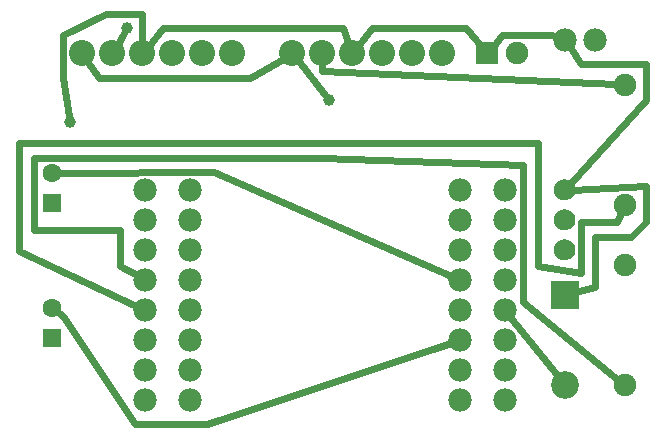
<source format=gbl>
G04 MADE WITH FRITZING*
G04 WWW.FRITZING.ORG*
G04 DOUBLE SIDED*
G04 HOLES PLATED*
G04 CONTOUR ON CENTER OF CONTOUR VECTOR*
%ASAXBY*%
%FSLAX23Y23*%
%MOIN*%
%OFA0B0*%
%SFA1.0B1.0*%
%ADD10C,0.077778*%
%ADD11C,0.092000*%
%ADD12C,0.062992*%
%ADD13C,0.087194*%
%ADD14C,0.070000*%
%ADD15C,0.075000*%
%ADD16C,0.078000*%
%ADD17C,0.039370*%
%ADD18R,0.092000X0.092000*%
%ADD19R,0.062992X0.062992*%
%ADD20R,0.075000X0.075000*%
%ADD21C,0.024000*%
%ADD22R,0.001000X0.001000*%
%LNCOPPER0*%
G90*
G70*
G54D10*
X699Y1124D03*
X699Y1024D03*
X699Y924D03*
X699Y824D03*
X699Y724D03*
X699Y624D03*
X699Y524D03*
X699Y424D03*
X1599Y424D03*
X1599Y524D03*
X1599Y624D03*
X1599Y724D03*
X1599Y824D03*
X1599Y924D03*
X1599Y1024D03*
X1599Y1124D03*
G54D11*
X1949Y774D03*
X1949Y474D03*
G54D12*
X242Y1081D03*
X242Y1180D03*
X242Y631D03*
X242Y730D03*
G54D13*
X1042Y1580D03*
X1142Y1580D03*
X1242Y1580D03*
X1342Y1580D03*
X1442Y1580D03*
X1542Y1580D03*
X342Y1580D03*
X442Y1580D03*
X542Y1580D03*
X642Y1580D03*
X742Y1580D03*
X842Y1580D03*
G54D14*
X1949Y924D03*
X1949Y1024D03*
X1949Y1124D03*
G54D15*
X1692Y1580D03*
X1792Y1580D03*
X2149Y474D03*
X2149Y874D03*
X2149Y1074D03*
X2149Y1474D03*
G54D16*
X1749Y1124D03*
X1749Y1024D03*
X1749Y924D03*
X1749Y824D03*
X1749Y724D03*
X1749Y624D03*
X1749Y524D03*
X1749Y424D03*
X549Y1124D03*
X549Y1024D03*
X549Y924D03*
X549Y824D03*
X549Y724D03*
X549Y624D03*
X549Y524D03*
X549Y424D03*
X2049Y1624D03*
X1949Y1624D03*
G54D17*
X1164Y1424D03*
X492Y1664D03*
X300Y1352D03*
G54D18*
X1949Y774D03*
G54D19*
X242Y1081D03*
X242Y631D03*
G54D20*
X1692Y1580D03*
G54D21*
X2120Y1476D02*
X1140Y1520D01*
X1140Y1520D02*
X1141Y1550D01*
D02*
X263Y714D02*
X276Y704D01*
X276Y704D02*
X516Y344D01*
X516Y344D02*
X756Y344D01*
X756Y344D02*
X1571Y615D01*
D02*
X1926Y503D02*
X1768Y701D01*
D02*
X269Y1180D02*
X780Y1184D01*
X780Y1184D02*
X1572Y836D01*
D02*
X523Y840D02*
X468Y872D01*
X468Y872D02*
X468Y992D01*
X468Y992D02*
X180Y992D01*
X180Y992D02*
X180Y1232D01*
X180Y1232D02*
X1140Y1232D01*
X1140Y1232D02*
X1812Y1208D01*
X1812Y1208D02*
X1812Y752D01*
X1812Y752D02*
X2127Y492D01*
D02*
X522Y737D02*
X132Y920D01*
X132Y920D02*
X132Y1280D01*
X132Y1280D02*
X1860Y1280D01*
X1860Y1280D02*
X1860Y872D01*
X1860Y872D02*
X2004Y848D01*
X2004Y848D02*
X2004Y1016D01*
X2004Y1016D02*
X2124Y1016D01*
X2124Y1016D02*
X2138Y1048D01*
D02*
X1060Y1556D02*
X1152Y1439D01*
D02*
X358Y1555D02*
X396Y1496D01*
X396Y1496D02*
X900Y1496D01*
X900Y1496D02*
X1016Y1564D01*
D02*
X482Y1648D02*
X457Y1605D01*
D02*
X1921Y1635D02*
X1908Y1640D01*
X1908Y1640D02*
X1740Y1640D01*
X1740Y1640D02*
X1710Y1602D01*
D02*
X1260Y1603D02*
X1308Y1664D01*
X1308Y1664D02*
X1620Y1664D01*
X1620Y1664D02*
X1673Y1601D01*
D02*
X1966Y1144D02*
X2220Y1424D01*
X2220Y1424D02*
X2220Y1544D01*
X2220Y1544D02*
X2004Y1544D01*
X2004Y1544D02*
X1966Y1599D01*
D02*
X1985Y783D02*
X2052Y800D01*
X2052Y800D02*
X2052Y968D01*
X2052Y968D02*
X2172Y968D01*
X2172Y968D02*
X2220Y1016D01*
X2220Y1016D02*
X2220Y1136D01*
X2220Y1136D02*
X1975Y1125D01*
D02*
X561Y1602D02*
X612Y1664D01*
X612Y1664D02*
X1212Y1664D01*
X1212Y1664D02*
X1232Y1608D01*
D02*
X297Y1371D02*
X276Y1496D01*
X276Y1496D02*
X276Y1640D01*
X276Y1640D02*
X420Y1712D01*
X420Y1712D02*
X540Y1712D01*
X540Y1712D02*
X541Y1609D01*
G54D22*
X1943Y1159D02*
X1953Y1159D01*
X1939Y1158D02*
X1957Y1158D01*
X1936Y1157D02*
X1960Y1157D01*
X1934Y1156D02*
X1962Y1156D01*
X1932Y1155D02*
X1964Y1155D01*
X1930Y1154D02*
X1966Y1154D01*
X1928Y1153D02*
X1968Y1153D01*
X1927Y1152D02*
X1969Y1152D01*
X1926Y1151D02*
X1970Y1151D01*
X1924Y1150D02*
X1971Y1150D01*
X1923Y1149D02*
X1973Y1149D01*
X1923Y1148D02*
X1973Y1148D01*
X1922Y1147D02*
X1974Y1147D01*
X1921Y1146D02*
X1975Y1146D01*
X1920Y1145D02*
X1976Y1145D01*
X1920Y1144D02*
X1976Y1144D01*
X1919Y1143D02*
X1977Y1143D01*
X1918Y1142D02*
X1978Y1142D01*
X1918Y1141D02*
X1978Y1141D01*
X1917Y1140D02*
X1979Y1140D01*
X1917Y1139D02*
X1943Y1139D01*
X1953Y1139D02*
X1979Y1139D01*
X1916Y1138D02*
X1941Y1138D01*
X1955Y1138D02*
X1980Y1138D01*
X1916Y1137D02*
X1939Y1137D01*
X1957Y1137D02*
X1980Y1137D01*
X1916Y1136D02*
X1938Y1136D01*
X1958Y1136D02*
X1980Y1136D01*
X1915Y1135D02*
X1937Y1135D01*
X1959Y1135D02*
X1981Y1135D01*
X1915Y1134D02*
X1936Y1134D01*
X1960Y1134D02*
X1981Y1134D01*
X1915Y1133D02*
X1935Y1133D01*
X1961Y1133D02*
X1981Y1133D01*
X1914Y1132D02*
X1934Y1132D01*
X1962Y1132D02*
X1982Y1132D01*
X1914Y1131D02*
X1934Y1131D01*
X1962Y1131D02*
X1982Y1131D01*
X1914Y1130D02*
X1933Y1130D01*
X1963Y1130D02*
X1982Y1130D01*
X1914Y1129D02*
X1933Y1129D01*
X1963Y1129D02*
X1982Y1129D01*
X1914Y1128D02*
X1933Y1128D01*
X1963Y1128D02*
X1982Y1128D01*
X1914Y1127D02*
X1933Y1127D01*
X1963Y1127D02*
X1982Y1127D01*
X1914Y1126D02*
X1933Y1126D01*
X1963Y1126D02*
X1982Y1126D01*
X1914Y1125D02*
X1933Y1125D01*
X1963Y1125D02*
X1982Y1125D01*
X1914Y1124D02*
X1933Y1124D01*
X1963Y1124D02*
X1982Y1124D01*
X1914Y1123D02*
X1933Y1123D01*
X1963Y1123D02*
X1982Y1123D01*
X1914Y1122D02*
X1933Y1122D01*
X1963Y1122D02*
X1982Y1122D01*
X1914Y1121D02*
X1933Y1121D01*
X1963Y1121D02*
X1982Y1121D01*
X1914Y1120D02*
X1933Y1120D01*
X1963Y1120D02*
X1982Y1120D01*
X1914Y1119D02*
X1933Y1119D01*
X1963Y1119D02*
X1982Y1119D01*
X1914Y1118D02*
X1934Y1118D01*
X1962Y1118D02*
X1982Y1118D01*
X1914Y1117D02*
X1934Y1117D01*
X1962Y1117D02*
X1981Y1117D01*
X1915Y1116D02*
X1935Y1116D01*
X1961Y1116D02*
X1981Y1116D01*
X1915Y1115D02*
X1936Y1115D01*
X1960Y1115D02*
X1981Y1115D01*
X1915Y1114D02*
X1937Y1114D01*
X1959Y1114D02*
X1981Y1114D01*
X1916Y1113D02*
X1938Y1113D01*
X1958Y1113D02*
X1980Y1113D01*
X1916Y1112D02*
X1939Y1112D01*
X1957Y1112D02*
X1980Y1112D01*
X1916Y1111D02*
X1941Y1111D01*
X1955Y1111D02*
X1980Y1111D01*
X1917Y1110D02*
X1944Y1110D01*
X1952Y1110D02*
X1979Y1110D01*
X1917Y1109D02*
X1979Y1109D01*
X1918Y1108D02*
X1978Y1108D01*
X1918Y1107D02*
X1978Y1107D01*
X1919Y1106D02*
X1977Y1106D01*
X1920Y1105D02*
X1976Y1105D01*
X1920Y1104D02*
X1976Y1104D01*
X1921Y1103D02*
X1975Y1103D01*
X1922Y1102D02*
X1974Y1102D01*
X1923Y1101D02*
X1973Y1101D01*
X1924Y1100D02*
X1972Y1100D01*
X1925Y1099D02*
X1971Y1099D01*
X1926Y1098D02*
X1970Y1098D01*
X1927Y1097D02*
X1969Y1097D01*
X1928Y1096D02*
X1967Y1096D01*
X1930Y1095D02*
X1966Y1095D01*
X1932Y1094D02*
X1964Y1094D01*
X1934Y1093D02*
X1962Y1093D01*
X1936Y1092D02*
X1960Y1092D01*
X1939Y1091D02*
X1957Y1091D01*
X1944Y1090D02*
X1952Y1090D01*
X1943Y1059D02*
X1953Y1059D01*
X1939Y1058D02*
X1957Y1058D01*
X1936Y1057D02*
X1960Y1057D01*
X1934Y1056D02*
X1962Y1056D01*
X1931Y1055D02*
X1964Y1055D01*
X1930Y1054D02*
X1966Y1054D01*
X1928Y1053D02*
X1968Y1053D01*
X1927Y1052D02*
X1969Y1052D01*
X1926Y1051D02*
X1970Y1051D01*
X1924Y1050D02*
X1971Y1050D01*
X1923Y1049D02*
X1973Y1049D01*
X1923Y1048D02*
X1973Y1048D01*
X1922Y1047D02*
X1974Y1047D01*
X1921Y1046D02*
X1975Y1046D01*
X1920Y1045D02*
X1976Y1045D01*
X1920Y1044D02*
X1976Y1044D01*
X1919Y1043D02*
X1977Y1043D01*
X1918Y1042D02*
X1978Y1042D01*
X1918Y1041D02*
X1978Y1041D01*
X1917Y1040D02*
X1979Y1040D01*
X1917Y1039D02*
X1943Y1039D01*
X1953Y1039D02*
X1979Y1039D01*
X1916Y1038D02*
X1941Y1038D01*
X1955Y1038D02*
X1980Y1038D01*
X1916Y1037D02*
X1939Y1037D01*
X1957Y1037D02*
X1980Y1037D01*
X1916Y1036D02*
X1938Y1036D01*
X1958Y1036D02*
X1980Y1036D01*
X1915Y1035D02*
X1937Y1035D01*
X1959Y1035D02*
X1981Y1035D01*
X1915Y1034D02*
X1936Y1034D01*
X1960Y1034D02*
X1981Y1034D01*
X1915Y1033D02*
X1935Y1033D01*
X1961Y1033D02*
X1981Y1033D01*
X1914Y1032D02*
X1934Y1032D01*
X1962Y1032D02*
X1982Y1032D01*
X1914Y1031D02*
X1934Y1031D01*
X1962Y1031D02*
X1982Y1031D01*
X1914Y1030D02*
X1933Y1030D01*
X1963Y1030D02*
X1982Y1030D01*
X1914Y1029D02*
X1933Y1029D01*
X1963Y1029D02*
X1982Y1029D01*
X1914Y1028D02*
X1933Y1028D01*
X1963Y1028D02*
X1982Y1028D01*
X1914Y1027D02*
X1933Y1027D01*
X1963Y1027D02*
X1982Y1027D01*
X1914Y1026D02*
X1933Y1026D01*
X1963Y1026D02*
X1982Y1026D01*
X1914Y1025D02*
X1933Y1025D01*
X1963Y1025D02*
X1982Y1025D01*
X1914Y1024D02*
X1933Y1024D01*
X1963Y1024D02*
X1982Y1024D01*
X1914Y1023D02*
X1933Y1023D01*
X1963Y1023D02*
X1982Y1023D01*
X1914Y1022D02*
X1933Y1022D01*
X1963Y1022D02*
X1982Y1022D01*
X1914Y1021D02*
X1933Y1021D01*
X1963Y1021D02*
X1982Y1021D01*
X1914Y1020D02*
X1933Y1020D01*
X1963Y1020D02*
X1982Y1020D01*
X1914Y1019D02*
X1933Y1019D01*
X1963Y1019D02*
X1982Y1019D01*
X1914Y1018D02*
X1934Y1018D01*
X1962Y1018D02*
X1982Y1018D01*
X1914Y1017D02*
X1934Y1017D01*
X1962Y1017D02*
X1981Y1017D01*
X1915Y1016D02*
X1935Y1016D01*
X1961Y1016D02*
X1981Y1016D01*
X1915Y1015D02*
X1936Y1015D01*
X1960Y1015D02*
X1981Y1015D01*
X1915Y1014D02*
X1937Y1014D01*
X1959Y1014D02*
X1981Y1014D01*
X1916Y1013D02*
X1938Y1013D01*
X1958Y1013D02*
X1980Y1013D01*
X1916Y1012D02*
X1939Y1012D01*
X1957Y1012D02*
X1980Y1012D01*
X1916Y1011D02*
X1941Y1011D01*
X1955Y1011D02*
X1980Y1011D01*
X1917Y1010D02*
X1944Y1010D01*
X1952Y1010D02*
X1979Y1010D01*
X1917Y1009D02*
X1979Y1009D01*
X1918Y1008D02*
X1978Y1008D01*
X1918Y1007D02*
X1978Y1007D01*
X1919Y1006D02*
X1977Y1006D01*
X1920Y1005D02*
X1976Y1005D01*
X1920Y1004D02*
X1976Y1004D01*
X1921Y1003D02*
X1975Y1003D01*
X1922Y1002D02*
X1974Y1002D01*
X1923Y1001D02*
X1973Y1001D01*
X1924Y1000D02*
X1972Y1000D01*
X1925Y999D02*
X1971Y999D01*
X1926Y998D02*
X1970Y998D01*
X1927Y997D02*
X1969Y997D01*
X1928Y996D02*
X1967Y996D01*
X1930Y995D02*
X1966Y995D01*
X1932Y994D02*
X1964Y994D01*
X1934Y993D02*
X1962Y993D01*
X1936Y992D02*
X1960Y992D01*
X1939Y991D02*
X1957Y991D01*
X1944Y990D02*
X1952Y990D01*
X1943Y959D02*
X1953Y959D01*
X1939Y958D02*
X1957Y958D01*
X1936Y957D02*
X1960Y957D01*
X1934Y956D02*
X1962Y956D01*
X1931Y955D02*
X1964Y955D01*
X1930Y954D02*
X1966Y954D01*
X1928Y953D02*
X1968Y953D01*
X1927Y952D02*
X1969Y952D01*
X1926Y951D02*
X1970Y951D01*
X1924Y950D02*
X1971Y950D01*
X1923Y949D02*
X1973Y949D01*
X1923Y948D02*
X1973Y948D01*
X1922Y947D02*
X1974Y947D01*
X1921Y946D02*
X1975Y946D01*
X1920Y945D02*
X1976Y945D01*
X1919Y944D02*
X1976Y944D01*
X1919Y943D02*
X1977Y943D01*
X1918Y942D02*
X1978Y942D01*
X1918Y941D02*
X1978Y941D01*
X1917Y940D02*
X1979Y940D01*
X1917Y939D02*
X1943Y939D01*
X1953Y939D02*
X1979Y939D01*
X1916Y938D02*
X1941Y938D01*
X1955Y938D02*
X1980Y938D01*
X1916Y937D02*
X1939Y937D01*
X1957Y937D02*
X1980Y937D01*
X1916Y936D02*
X1938Y936D01*
X1958Y936D02*
X1980Y936D01*
X1915Y935D02*
X1937Y935D01*
X1959Y935D02*
X1981Y935D01*
X1915Y934D02*
X1936Y934D01*
X1960Y934D02*
X1981Y934D01*
X1915Y933D02*
X1935Y933D01*
X1961Y933D02*
X1981Y933D01*
X1914Y932D02*
X1934Y932D01*
X1962Y932D02*
X1982Y932D01*
X1914Y931D02*
X1934Y931D01*
X1962Y931D02*
X1982Y931D01*
X1914Y930D02*
X1933Y930D01*
X1963Y930D02*
X1982Y930D01*
X1914Y929D02*
X1933Y929D01*
X1963Y929D02*
X1982Y929D01*
X1914Y928D02*
X1933Y928D01*
X1963Y928D02*
X1982Y928D01*
X1914Y927D02*
X1933Y927D01*
X1963Y927D02*
X1982Y927D01*
X1914Y926D02*
X1933Y926D01*
X1963Y926D02*
X1982Y926D01*
X1914Y925D02*
X1933Y925D01*
X1963Y925D02*
X1982Y925D01*
X1914Y924D02*
X1933Y924D01*
X1963Y924D02*
X1982Y924D01*
X1914Y923D02*
X1933Y923D01*
X1963Y923D02*
X1982Y923D01*
X1914Y922D02*
X1933Y922D01*
X1963Y922D02*
X1982Y922D01*
X1914Y921D02*
X1933Y921D01*
X1963Y921D02*
X1982Y921D01*
X1914Y920D02*
X1933Y920D01*
X1963Y920D02*
X1982Y920D01*
X1914Y919D02*
X1933Y919D01*
X1963Y919D02*
X1982Y919D01*
X1914Y918D02*
X1934Y918D01*
X1962Y918D02*
X1982Y918D01*
X1914Y917D02*
X1934Y917D01*
X1961Y917D02*
X1981Y917D01*
X1915Y916D02*
X1935Y916D01*
X1961Y916D02*
X1981Y916D01*
X1915Y915D02*
X1936Y915D01*
X1960Y915D02*
X1981Y915D01*
X1915Y914D02*
X1937Y914D01*
X1959Y914D02*
X1981Y914D01*
X1916Y913D02*
X1938Y913D01*
X1958Y913D02*
X1980Y913D01*
X1916Y912D02*
X1939Y912D01*
X1957Y912D02*
X1980Y912D01*
X1916Y911D02*
X1941Y911D01*
X1955Y911D02*
X1980Y911D01*
X1917Y910D02*
X1944Y910D01*
X1952Y910D02*
X1979Y910D01*
X1917Y909D02*
X1979Y909D01*
X1918Y908D02*
X1978Y908D01*
X1918Y907D02*
X1978Y907D01*
X1919Y906D02*
X1977Y906D01*
X1920Y905D02*
X1976Y905D01*
X1920Y904D02*
X1976Y904D01*
X1921Y903D02*
X1975Y903D01*
X1922Y902D02*
X1974Y902D01*
X1923Y901D02*
X1973Y901D01*
X1924Y900D02*
X1972Y900D01*
X1925Y899D02*
X1971Y899D01*
X1926Y898D02*
X1970Y898D01*
X1927Y897D02*
X1969Y897D01*
X1929Y896D02*
X1967Y896D01*
X1930Y895D02*
X1966Y895D01*
X1932Y894D02*
X1964Y894D01*
X1934Y893D02*
X1962Y893D01*
X1936Y892D02*
X1960Y892D01*
X1939Y891D02*
X1957Y891D01*
X1944Y890D02*
X1952Y890D01*
D02*
G04 End of Copper0*
M02*
</source>
